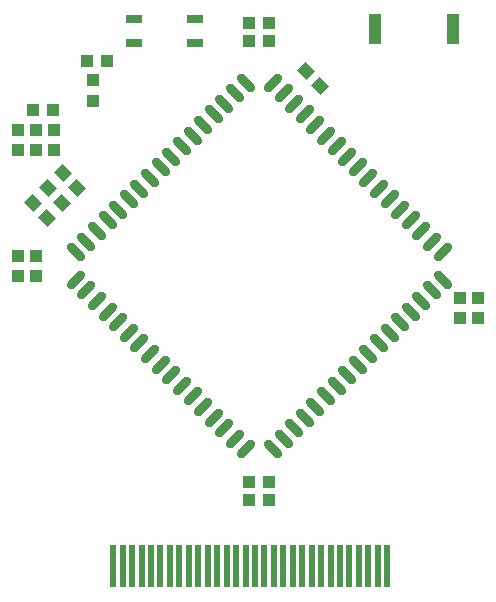
<source format=gtp>
%FSLAX24Y24*%
%MOIN*%
G70*
G01*
G75*
G04 Layer_Color=8421504*
%ADD10C,0.0140*%
%ADD11C,0.0060*%
%ADD12C,0.0100*%
%ADD13C,0.0160*%
G04:AMPARAMS|DCode=14|XSize=39.4mil|YSize=43.3mil|CornerRadius=0mil|HoleSize=0mil|Usage=FLASHONLY|Rotation=45.000|XOffset=0mil|YOffset=0mil|HoleType=Round|Shape=Rectangle|*
%AMROTATEDRECTD14*
4,1,4,0.0014,-0.0292,-0.0292,0.0014,-0.0014,0.0292,0.0292,-0.0014,0.0014,-0.0292,0.0*
%
%ADD14ROTATEDRECTD14*%

%ADD15R,0.0433X0.0394*%
%ADD16R,0.0394X0.0433*%
G04:AMPARAMS|DCode=17|XSize=31.5mil|YSize=74.8mil|CornerRadius=0mil|HoleSize=0mil|Usage=FLASHONLY|Rotation=45.000|XOffset=0mil|YOffset=0mil|HoleType=Round|Shape=Round|*
%AMOVALD17*
21,1,0.0433,0.0315,0.0000,0.0000,135.0*
1,1,0.0315,0.0153,-0.0153*
1,1,0.0315,-0.0153,0.0153*
%
%ADD17OVALD17*%

G04:AMPARAMS|DCode=18|XSize=31.5mil|YSize=74.8mil|CornerRadius=0mil|HoleSize=0mil|Usage=FLASHONLY|Rotation=135.000|XOffset=0mil|YOffset=0mil|HoleType=Round|Shape=Round|*
%AMOVALD18*
21,1,0.0433,0.0315,0.0000,0.0000,225.0*
1,1,0.0315,0.0153,0.0153*
1,1,0.0315,-0.0153,-0.0153*
%
%ADD18OVALD18*%

%ADD19R,0.0400X0.1000*%
%ADD20R,0.0197X0.1417*%
%ADD21R,0.0571X0.0276*%
%ADD22C,0.0460*%
%ADD23R,0.0500X0.0500*%
%ADD24C,0.0500*%
%ADD25C,0.0530*%
%ADD26R,0.0530X0.0530*%
%ADD27C,0.0240*%
%ADD28C,0.1500*%
%ADD29C,0.0400*%
%ADD30C,0.0400*%
G04:AMPARAMS|DCode=31|XSize=69mil|YSize=69mil|CornerRadius=0mil|HoleSize=0mil|Usage=FLASHONLY|Rotation=0.000|XOffset=0mil|YOffset=0mil|HoleType=Round|Shape=Relief|Width=8mil|Gap=10mil|Entries=4|*
%AMTHD31*
7,0,0,0.0690,0.0490,0.0080,45*
%
%ADD31THD31*%
%ADD32C,0.0570*%
G04:AMPARAMS|DCode=33|XSize=72.992mil|YSize=72.992mil|CornerRadius=0mil|HoleSize=0mil|Usage=FLASHONLY|Rotation=0.000|XOffset=0mil|YOffset=0mil|HoleType=Round|Shape=Relief|Width=8mil|Gap=10mil|Entries=4|*
%AMTHD33*
7,0,0,0.0730,0.0530,0.0080,45*
%
%ADD33THD33*%
%ADD34C,0.0594*%
G04:AMPARAMS|DCode=35|XSize=75.433mil|YSize=75.433mil|CornerRadius=0mil|HoleSize=0mil|Usage=FLASHONLY|Rotation=0.000|XOffset=0mil|YOffset=0mil|HoleType=Round|Shape=Relief|Width=8mil|Gap=10mil|Entries=4|*
%AMTHD35*
7,0,0,0.0754,0.0554,0.0080,45*
%
%ADD35THD35*%
%ADD36C,0.0320*%
%ADD37C,0.0440*%
%ADD38R,0.0669X0.0827*%
%ADD39C,0.0098*%
%ADD40C,0.0197*%
%ADD41C,0.0010*%
%ADD42C,0.0018*%
%ADD43C,0.0020*%
%ADD44C,0.0002*%
%ADD45C,0.0079*%
%ADD46C,0.0060*%
D14*
X7213Y13287D02*
D03*
X7687Y12813D02*
D03*
X-887Y9887D02*
D03*
X-413Y9413D02*
D03*
X-913Y8913D02*
D03*
X-1387Y9387D02*
D03*
X-1887Y8887D02*
D03*
X-1413Y8413D02*
D03*
D15*
X5985Y-1000D02*
D03*
X5315D02*
D03*
X5315Y14300D02*
D03*
X5985D02*
D03*
X5315Y14900D02*
D03*
X5985D02*
D03*
X5985Y-400D02*
D03*
X5315D02*
D03*
X585Y13650D02*
D03*
X-85D02*
D03*
X-1215Y12000D02*
D03*
X-1885D02*
D03*
D16*
X-2400Y6465D02*
D03*
Y7135D02*
D03*
X100Y12315D02*
D03*
Y12985D02*
D03*
X12950Y5065D02*
D03*
Y5735D02*
D03*
X12350Y5065D02*
D03*
Y5735D02*
D03*
X-1800Y6465D02*
D03*
Y7135D02*
D03*
X-1200Y10665D02*
D03*
Y11335D02*
D03*
X-1800Y10665D02*
D03*
Y11335D02*
D03*
X-2400Y10665D02*
D03*
Y11335D02*
D03*
D17*
X-463Y7257D02*
D03*
X-110Y7610D02*
D03*
X244Y7964D02*
D03*
X597Y8317D02*
D03*
X951Y8671D02*
D03*
X1304Y9024D02*
D03*
X1658Y9378D02*
D03*
X2011Y9731D02*
D03*
X2365Y10085D02*
D03*
X2719Y10439D02*
D03*
X3072Y10792D02*
D03*
X3426Y11146D02*
D03*
X3779Y11499D02*
D03*
X4133Y11853D02*
D03*
X4486Y12206D02*
D03*
X4840Y12560D02*
D03*
X5193Y12913D02*
D03*
X11763Y6343D02*
D03*
X11410Y5990D02*
D03*
X11056Y5636D02*
D03*
X10703Y5283D02*
D03*
X10349Y4929D02*
D03*
X9996Y4576D02*
D03*
X9642Y4222D02*
D03*
X9289Y3869D02*
D03*
X8935Y3515D02*
D03*
X8581Y3161D02*
D03*
X8228Y2808D02*
D03*
X7874Y2454D02*
D03*
X7521Y2101D02*
D03*
X7167Y1747D02*
D03*
X6814Y1394D02*
D03*
X6460Y1040D02*
D03*
X6107Y687D02*
D03*
D18*
Y12913D02*
D03*
X6460Y12560D02*
D03*
X6814Y12206D02*
D03*
X7167Y11853D02*
D03*
X7521Y11499D02*
D03*
X7874Y11146D02*
D03*
X8228Y10792D02*
D03*
X8581Y10439D02*
D03*
X8935Y10085D02*
D03*
X9289Y9731D02*
D03*
X9642Y9378D02*
D03*
X9996Y9024D02*
D03*
X10349Y8671D02*
D03*
X10703Y8317D02*
D03*
X11056Y7964D02*
D03*
X11410Y7610D02*
D03*
X11763Y7257D02*
D03*
X5193Y687D02*
D03*
X4840Y1040D02*
D03*
X4486Y1394D02*
D03*
X4133Y1747D02*
D03*
X3779Y2101D02*
D03*
X3426Y2454D02*
D03*
X3072Y2808D02*
D03*
X2719Y3161D02*
D03*
X2365Y3515D02*
D03*
X2011Y3869D02*
D03*
X1658Y4222D02*
D03*
X1304Y4576D02*
D03*
X951Y4929D02*
D03*
X597Y5283D02*
D03*
X244Y5636D02*
D03*
X-110Y5990D02*
D03*
X-463Y6343D02*
D03*
D19*
X9500Y14700D02*
D03*
X12100D02*
D03*
D20*
X2043Y-3213D02*
D03*
X1413D02*
D03*
X1728D02*
D03*
X783D02*
D03*
X1098D02*
D03*
X3933D02*
D03*
X3618D02*
D03*
X2988D02*
D03*
X3303D02*
D03*
X2358D02*
D03*
X2673D02*
D03*
X5822D02*
D03*
X5507D02*
D03*
X4878D02*
D03*
X5193D02*
D03*
X4248D02*
D03*
X4563D02*
D03*
X7712D02*
D03*
X7397D02*
D03*
X6767D02*
D03*
X7082D02*
D03*
X6137D02*
D03*
X6452D02*
D03*
X8027D02*
D03*
X8657D02*
D03*
X8342D02*
D03*
X9287D02*
D03*
X8972D02*
D03*
X9602D02*
D03*
X9917D02*
D03*
D21*
X3500Y15037D02*
D03*
X1492D02*
D03*
Y14250D02*
D03*
X3500D02*
D03*
M02*

</source>
